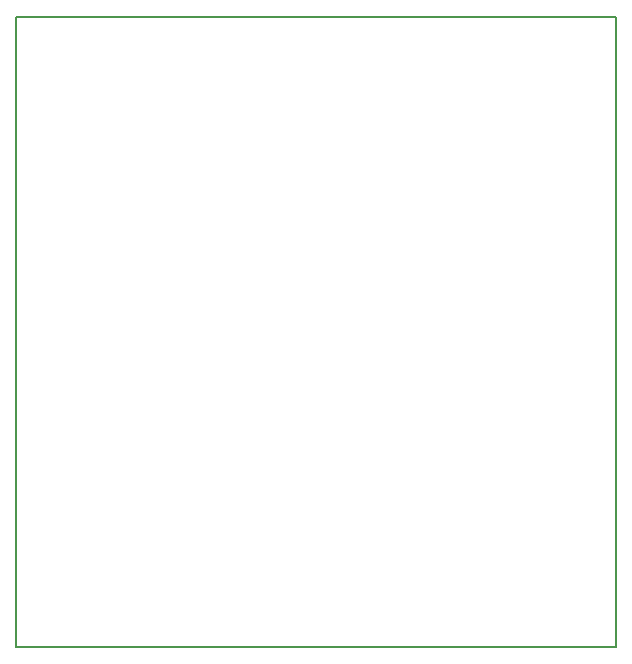
<source format=gbr>
G04 #@! TF.FileFunction,Other,User*
%FSLAX46Y46*%
G04 Gerber Fmt 4.6, Leading zero omitted, Abs format (unit mm)*
G04 Created by KiCad (PCBNEW 4.0.5) date 04/28/17 11:31:22*
%MOMM*%
%LPD*%
G01*
G04 APERTURE LIST*
%ADD10C,0.025400*%
%ADD11C,0.200000*%
G04 APERTURE END LIST*
D10*
D11*
X50800000Y53352700D02*
X0Y53352700D01*
X50800000Y0D02*
X50800000Y53352700D01*
X0Y0D02*
X50800000Y0D01*
X0Y53352700D02*
X0Y0D01*
M02*

</source>
